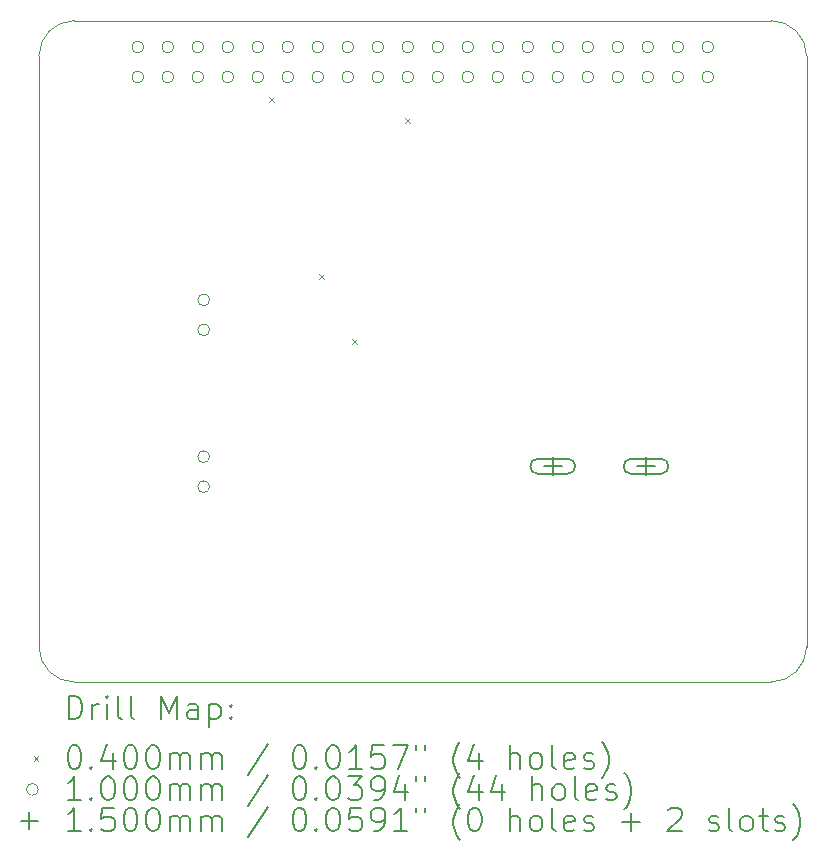
<source format=gbr>
%FSLAX45Y45*%
G04 Gerber Fmt 4.5, Leading zero omitted, Abs format (unit mm)*
G04 Created by KiCad (PCBNEW 6.0.0) date 2022-01-12 19:37:39*
%MOMM*%
%LPD*%
G01*
G04 APERTURE LIST*
%TA.AperFunction,Profile*%
%ADD10C,0.100000*%
%TD*%
%ADD11C,0.200000*%
%ADD12C,0.040000*%
%ADD13C,0.100000*%
%ADD14C,0.150000*%
G04 APERTURE END LIST*
D10*
X14354636Y-11381761D02*
X14354636Y-6381761D01*
X7854636Y-6381761D02*
X7854636Y-11381761D01*
X14054636Y-11681761D02*
G75*
G03*
X14354635Y-11382285I0J300000D01*
G01*
X14054636Y-6081761D02*
X8154636Y-6081761D01*
X8154636Y-11681761D02*
X14054636Y-11681761D01*
X14354636Y-6381761D02*
G75*
G03*
X14054636Y-6081761I-300000J0D01*
G01*
X8154636Y-6081761D02*
G75*
G03*
X7854636Y-6381761I0J-300000D01*
G01*
X7854636Y-11381761D02*
G75*
G03*
X8154636Y-11681761I300000J0D01*
G01*
D11*
D12*
X9805000Y-6730000D02*
X9845000Y-6770000D01*
X9845000Y-6730000D02*
X9805000Y-6770000D01*
X10230000Y-8230000D02*
X10270000Y-8270000D01*
X10270000Y-8230000D02*
X10230000Y-8270000D01*
X10505000Y-8780000D02*
X10545000Y-8820000D01*
X10545000Y-8780000D02*
X10505000Y-8820000D01*
X10955000Y-6905000D02*
X10995000Y-6945000D01*
X10995000Y-6905000D02*
X10955000Y-6945000D01*
D13*
X8742000Y-6305000D02*
G75*
G03*
X8742000Y-6305000I-50000J0D01*
G01*
X8742000Y-6559000D02*
G75*
G03*
X8742000Y-6559000I-50000J0D01*
G01*
X8996000Y-6305000D02*
G75*
G03*
X8996000Y-6305000I-50000J0D01*
G01*
X8996000Y-6559000D02*
G75*
G03*
X8996000Y-6559000I-50000J0D01*
G01*
X9250000Y-6305000D02*
G75*
G03*
X9250000Y-6305000I-50000J0D01*
G01*
X9250000Y-6559000D02*
G75*
G03*
X9250000Y-6559000I-50000J0D01*
G01*
X9300000Y-8446000D02*
G75*
G03*
X9300000Y-8446000I-50000J0D01*
G01*
X9300000Y-8700000D02*
G75*
G03*
X9300000Y-8700000I-50000J0D01*
G01*
X9300000Y-9773500D02*
G75*
G03*
X9300000Y-9773500I-50000J0D01*
G01*
X9300000Y-10027500D02*
G75*
G03*
X9300000Y-10027500I-50000J0D01*
G01*
X9504000Y-6305000D02*
G75*
G03*
X9504000Y-6305000I-50000J0D01*
G01*
X9504000Y-6559000D02*
G75*
G03*
X9504000Y-6559000I-50000J0D01*
G01*
X9758000Y-6305000D02*
G75*
G03*
X9758000Y-6305000I-50000J0D01*
G01*
X9758000Y-6559000D02*
G75*
G03*
X9758000Y-6559000I-50000J0D01*
G01*
X10012000Y-6305000D02*
G75*
G03*
X10012000Y-6305000I-50000J0D01*
G01*
X10012000Y-6559000D02*
G75*
G03*
X10012000Y-6559000I-50000J0D01*
G01*
X10266000Y-6305000D02*
G75*
G03*
X10266000Y-6305000I-50000J0D01*
G01*
X10266000Y-6559000D02*
G75*
G03*
X10266000Y-6559000I-50000J0D01*
G01*
X10520000Y-6305000D02*
G75*
G03*
X10520000Y-6305000I-50000J0D01*
G01*
X10520000Y-6559000D02*
G75*
G03*
X10520000Y-6559000I-50000J0D01*
G01*
X10774000Y-6305000D02*
G75*
G03*
X10774000Y-6305000I-50000J0D01*
G01*
X10774000Y-6559000D02*
G75*
G03*
X10774000Y-6559000I-50000J0D01*
G01*
X11028000Y-6305000D02*
G75*
G03*
X11028000Y-6305000I-50000J0D01*
G01*
X11028000Y-6559000D02*
G75*
G03*
X11028000Y-6559000I-50000J0D01*
G01*
X11282000Y-6305000D02*
G75*
G03*
X11282000Y-6305000I-50000J0D01*
G01*
X11282000Y-6559000D02*
G75*
G03*
X11282000Y-6559000I-50000J0D01*
G01*
X11536000Y-6305000D02*
G75*
G03*
X11536000Y-6305000I-50000J0D01*
G01*
X11536000Y-6559000D02*
G75*
G03*
X11536000Y-6559000I-50000J0D01*
G01*
X11790000Y-6305000D02*
G75*
G03*
X11790000Y-6305000I-50000J0D01*
G01*
X11790000Y-6559000D02*
G75*
G03*
X11790000Y-6559000I-50000J0D01*
G01*
X12044000Y-6305000D02*
G75*
G03*
X12044000Y-6305000I-50000J0D01*
G01*
X12044000Y-6559000D02*
G75*
G03*
X12044000Y-6559000I-50000J0D01*
G01*
X12298000Y-6305000D02*
G75*
G03*
X12298000Y-6305000I-50000J0D01*
G01*
X12298000Y-6559000D02*
G75*
G03*
X12298000Y-6559000I-50000J0D01*
G01*
X12552000Y-6305000D02*
G75*
G03*
X12552000Y-6305000I-50000J0D01*
G01*
X12552000Y-6559000D02*
G75*
G03*
X12552000Y-6559000I-50000J0D01*
G01*
X12806000Y-6305000D02*
G75*
G03*
X12806000Y-6305000I-50000J0D01*
G01*
X12806000Y-6559000D02*
G75*
G03*
X12806000Y-6559000I-50000J0D01*
G01*
X13060000Y-6305000D02*
G75*
G03*
X13060000Y-6305000I-50000J0D01*
G01*
X13060000Y-6559000D02*
G75*
G03*
X13060000Y-6559000I-50000J0D01*
G01*
X13314000Y-6305000D02*
G75*
G03*
X13314000Y-6305000I-50000J0D01*
G01*
X13314000Y-6559000D02*
G75*
G03*
X13314000Y-6559000I-50000J0D01*
G01*
X13568000Y-6305000D02*
G75*
G03*
X13568000Y-6305000I-50000J0D01*
G01*
X13568000Y-6559000D02*
G75*
G03*
X13568000Y-6559000I-50000J0D01*
G01*
D14*
X12205000Y-9779500D02*
X12205000Y-9929500D01*
X12130000Y-9854500D02*
X12280000Y-9854500D01*
D11*
X12330000Y-9789500D02*
X12080000Y-9789500D01*
X12330000Y-9919500D02*
X12080000Y-9919500D01*
X12080000Y-9789500D02*
G75*
G03*
X12080000Y-9919500I0J-65000D01*
G01*
X12330000Y-9919500D02*
G75*
G03*
X12330000Y-9789500I0J65000D01*
G01*
D14*
X12995000Y-9779500D02*
X12995000Y-9929500D01*
X12920000Y-9854500D02*
X13070000Y-9854500D01*
D11*
X13120000Y-9789500D02*
X12870000Y-9789500D01*
X13120000Y-9919500D02*
X12870000Y-9919500D01*
X12870000Y-9789500D02*
G75*
G03*
X12870000Y-9919500I0J-65000D01*
G01*
X13120000Y-9919500D02*
G75*
G03*
X13120000Y-9789500I0J65000D01*
G01*
X8107255Y-11997237D02*
X8107255Y-11797237D01*
X8154874Y-11797237D01*
X8183445Y-11806761D01*
X8202493Y-11825809D01*
X8212016Y-11844856D01*
X8221540Y-11882951D01*
X8221540Y-11911523D01*
X8212016Y-11949618D01*
X8202493Y-11968666D01*
X8183445Y-11987713D01*
X8154874Y-11997237D01*
X8107255Y-11997237D01*
X8307255Y-11997237D02*
X8307255Y-11863904D01*
X8307255Y-11901999D02*
X8316778Y-11882951D01*
X8326302Y-11873428D01*
X8345350Y-11863904D01*
X8364397Y-11863904D01*
X8431064Y-11997237D02*
X8431064Y-11863904D01*
X8431064Y-11797237D02*
X8421540Y-11806761D01*
X8431064Y-11816285D01*
X8440588Y-11806761D01*
X8431064Y-11797237D01*
X8431064Y-11816285D01*
X8554874Y-11997237D02*
X8535826Y-11987713D01*
X8526302Y-11968666D01*
X8526302Y-11797237D01*
X8659636Y-11997237D02*
X8640588Y-11987713D01*
X8631064Y-11968666D01*
X8631064Y-11797237D01*
X8888207Y-11997237D02*
X8888207Y-11797237D01*
X8954874Y-11940094D01*
X9021540Y-11797237D01*
X9021540Y-11997237D01*
X9202493Y-11997237D02*
X9202493Y-11892475D01*
X9192969Y-11873428D01*
X9173921Y-11863904D01*
X9135826Y-11863904D01*
X9116778Y-11873428D01*
X9202493Y-11987713D02*
X9183445Y-11997237D01*
X9135826Y-11997237D01*
X9116778Y-11987713D01*
X9107255Y-11968666D01*
X9107255Y-11949618D01*
X9116778Y-11930571D01*
X9135826Y-11921047D01*
X9183445Y-11921047D01*
X9202493Y-11911523D01*
X9297731Y-11863904D02*
X9297731Y-12063904D01*
X9297731Y-11873428D02*
X9316778Y-11863904D01*
X9354874Y-11863904D01*
X9373921Y-11873428D01*
X9383445Y-11882951D01*
X9392969Y-11901999D01*
X9392969Y-11959142D01*
X9383445Y-11978190D01*
X9373921Y-11987713D01*
X9354874Y-11997237D01*
X9316778Y-11997237D01*
X9297731Y-11987713D01*
X9478683Y-11978190D02*
X9488207Y-11987713D01*
X9478683Y-11997237D01*
X9469159Y-11987713D01*
X9478683Y-11978190D01*
X9478683Y-11997237D01*
X9478683Y-11873428D02*
X9488207Y-11882951D01*
X9478683Y-11892475D01*
X9469159Y-11882951D01*
X9478683Y-11873428D01*
X9478683Y-11892475D01*
D12*
X7809636Y-12306761D02*
X7849636Y-12346761D01*
X7849636Y-12306761D02*
X7809636Y-12346761D01*
D11*
X8145350Y-12217237D02*
X8164397Y-12217237D01*
X8183445Y-12226761D01*
X8192969Y-12236285D01*
X8202493Y-12255332D01*
X8212016Y-12293428D01*
X8212016Y-12341047D01*
X8202493Y-12379142D01*
X8192969Y-12398190D01*
X8183445Y-12407713D01*
X8164397Y-12417237D01*
X8145350Y-12417237D01*
X8126302Y-12407713D01*
X8116778Y-12398190D01*
X8107255Y-12379142D01*
X8097731Y-12341047D01*
X8097731Y-12293428D01*
X8107255Y-12255332D01*
X8116778Y-12236285D01*
X8126302Y-12226761D01*
X8145350Y-12217237D01*
X8297731Y-12398190D02*
X8307255Y-12407713D01*
X8297731Y-12417237D01*
X8288207Y-12407713D01*
X8297731Y-12398190D01*
X8297731Y-12417237D01*
X8478683Y-12283904D02*
X8478683Y-12417237D01*
X8431064Y-12207713D02*
X8383445Y-12350571D01*
X8507255Y-12350571D01*
X8621540Y-12217237D02*
X8640588Y-12217237D01*
X8659636Y-12226761D01*
X8669159Y-12236285D01*
X8678683Y-12255332D01*
X8688207Y-12293428D01*
X8688207Y-12341047D01*
X8678683Y-12379142D01*
X8669159Y-12398190D01*
X8659636Y-12407713D01*
X8640588Y-12417237D01*
X8621540Y-12417237D01*
X8602493Y-12407713D01*
X8592969Y-12398190D01*
X8583445Y-12379142D01*
X8573921Y-12341047D01*
X8573921Y-12293428D01*
X8583445Y-12255332D01*
X8592969Y-12236285D01*
X8602493Y-12226761D01*
X8621540Y-12217237D01*
X8812017Y-12217237D02*
X8831064Y-12217237D01*
X8850112Y-12226761D01*
X8859636Y-12236285D01*
X8869159Y-12255332D01*
X8878683Y-12293428D01*
X8878683Y-12341047D01*
X8869159Y-12379142D01*
X8859636Y-12398190D01*
X8850112Y-12407713D01*
X8831064Y-12417237D01*
X8812017Y-12417237D01*
X8792969Y-12407713D01*
X8783445Y-12398190D01*
X8773921Y-12379142D01*
X8764398Y-12341047D01*
X8764398Y-12293428D01*
X8773921Y-12255332D01*
X8783445Y-12236285D01*
X8792969Y-12226761D01*
X8812017Y-12217237D01*
X8964398Y-12417237D02*
X8964398Y-12283904D01*
X8964398Y-12302951D02*
X8973921Y-12293428D01*
X8992969Y-12283904D01*
X9021540Y-12283904D01*
X9040588Y-12293428D01*
X9050112Y-12312475D01*
X9050112Y-12417237D01*
X9050112Y-12312475D02*
X9059636Y-12293428D01*
X9078683Y-12283904D01*
X9107255Y-12283904D01*
X9126302Y-12293428D01*
X9135826Y-12312475D01*
X9135826Y-12417237D01*
X9231064Y-12417237D02*
X9231064Y-12283904D01*
X9231064Y-12302951D02*
X9240588Y-12293428D01*
X9259636Y-12283904D01*
X9288207Y-12283904D01*
X9307255Y-12293428D01*
X9316778Y-12312475D01*
X9316778Y-12417237D01*
X9316778Y-12312475D02*
X9326302Y-12293428D01*
X9345350Y-12283904D01*
X9373921Y-12283904D01*
X9392969Y-12293428D01*
X9402493Y-12312475D01*
X9402493Y-12417237D01*
X9792969Y-12207713D02*
X9621540Y-12464856D01*
X10050112Y-12217237D02*
X10069159Y-12217237D01*
X10088207Y-12226761D01*
X10097731Y-12236285D01*
X10107255Y-12255332D01*
X10116778Y-12293428D01*
X10116778Y-12341047D01*
X10107255Y-12379142D01*
X10097731Y-12398190D01*
X10088207Y-12407713D01*
X10069159Y-12417237D01*
X10050112Y-12417237D01*
X10031064Y-12407713D01*
X10021540Y-12398190D01*
X10012017Y-12379142D01*
X10002493Y-12341047D01*
X10002493Y-12293428D01*
X10012017Y-12255332D01*
X10021540Y-12236285D01*
X10031064Y-12226761D01*
X10050112Y-12217237D01*
X10202493Y-12398190D02*
X10212017Y-12407713D01*
X10202493Y-12417237D01*
X10192969Y-12407713D01*
X10202493Y-12398190D01*
X10202493Y-12417237D01*
X10335826Y-12217237D02*
X10354874Y-12217237D01*
X10373921Y-12226761D01*
X10383445Y-12236285D01*
X10392969Y-12255332D01*
X10402493Y-12293428D01*
X10402493Y-12341047D01*
X10392969Y-12379142D01*
X10383445Y-12398190D01*
X10373921Y-12407713D01*
X10354874Y-12417237D01*
X10335826Y-12417237D01*
X10316778Y-12407713D01*
X10307255Y-12398190D01*
X10297731Y-12379142D01*
X10288207Y-12341047D01*
X10288207Y-12293428D01*
X10297731Y-12255332D01*
X10307255Y-12236285D01*
X10316778Y-12226761D01*
X10335826Y-12217237D01*
X10592969Y-12417237D02*
X10478683Y-12417237D01*
X10535826Y-12417237D02*
X10535826Y-12217237D01*
X10516778Y-12245809D01*
X10497731Y-12264856D01*
X10478683Y-12274380D01*
X10773921Y-12217237D02*
X10678683Y-12217237D01*
X10669159Y-12312475D01*
X10678683Y-12302951D01*
X10697731Y-12293428D01*
X10745350Y-12293428D01*
X10764398Y-12302951D01*
X10773921Y-12312475D01*
X10783445Y-12331523D01*
X10783445Y-12379142D01*
X10773921Y-12398190D01*
X10764398Y-12407713D01*
X10745350Y-12417237D01*
X10697731Y-12417237D01*
X10678683Y-12407713D01*
X10669159Y-12398190D01*
X10850112Y-12217237D02*
X10983445Y-12217237D01*
X10897731Y-12417237D01*
X11050112Y-12217237D02*
X11050112Y-12255332D01*
X11126302Y-12217237D02*
X11126302Y-12255332D01*
X11421540Y-12493428D02*
X11412016Y-12483904D01*
X11392969Y-12455332D01*
X11383445Y-12436285D01*
X11373921Y-12407713D01*
X11364397Y-12360094D01*
X11364397Y-12321999D01*
X11373921Y-12274380D01*
X11383445Y-12245809D01*
X11392969Y-12226761D01*
X11412016Y-12198190D01*
X11421540Y-12188666D01*
X11583445Y-12283904D02*
X11583445Y-12417237D01*
X11535826Y-12207713D02*
X11488207Y-12350571D01*
X11612016Y-12350571D01*
X11840588Y-12417237D02*
X11840588Y-12217237D01*
X11926302Y-12417237D02*
X11926302Y-12312475D01*
X11916778Y-12293428D01*
X11897731Y-12283904D01*
X11869159Y-12283904D01*
X11850112Y-12293428D01*
X11840588Y-12302951D01*
X12050112Y-12417237D02*
X12031064Y-12407713D01*
X12021540Y-12398190D01*
X12012016Y-12379142D01*
X12012016Y-12321999D01*
X12021540Y-12302951D01*
X12031064Y-12293428D01*
X12050112Y-12283904D01*
X12078683Y-12283904D01*
X12097731Y-12293428D01*
X12107255Y-12302951D01*
X12116778Y-12321999D01*
X12116778Y-12379142D01*
X12107255Y-12398190D01*
X12097731Y-12407713D01*
X12078683Y-12417237D01*
X12050112Y-12417237D01*
X12231064Y-12417237D02*
X12212016Y-12407713D01*
X12202493Y-12388666D01*
X12202493Y-12217237D01*
X12383445Y-12407713D02*
X12364397Y-12417237D01*
X12326302Y-12417237D01*
X12307255Y-12407713D01*
X12297731Y-12388666D01*
X12297731Y-12312475D01*
X12307255Y-12293428D01*
X12326302Y-12283904D01*
X12364397Y-12283904D01*
X12383445Y-12293428D01*
X12392969Y-12312475D01*
X12392969Y-12331523D01*
X12297731Y-12350571D01*
X12469159Y-12407713D02*
X12488207Y-12417237D01*
X12526302Y-12417237D01*
X12545350Y-12407713D01*
X12554874Y-12388666D01*
X12554874Y-12379142D01*
X12545350Y-12360094D01*
X12526302Y-12350571D01*
X12497731Y-12350571D01*
X12478683Y-12341047D01*
X12469159Y-12321999D01*
X12469159Y-12312475D01*
X12478683Y-12293428D01*
X12497731Y-12283904D01*
X12526302Y-12283904D01*
X12545350Y-12293428D01*
X12621540Y-12493428D02*
X12631064Y-12483904D01*
X12650112Y-12455332D01*
X12659635Y-12436285D01*
X12669159Y-12407713D01*
X12678683Y-12360094D01*
X12678683Y-12321999D01*
X12669159Y-12274380D01*
X12659635Y-12245809D01*
X12650112Y-12226761D01*
X12631064Y-12198190D01*
X12621540Y-12188666D01*
D13*
X7849636Y-12590761D02*
G75*
G03*
X7849636Y-12590761I-50000J0D01*
G01*
D11*
X8212016Y-12681237D02*
X8097731Y-12681237D01*
X8154874Y-12681237D02*
X8154874Y-12481237D01*
X8135826Y-12509809D01*
X8116778Y-12528856D01*
X8097731Y-12538380D01*
X8297731Y-12662190D02*
X8307255Y-12671713D01*
X8297731Y-12681237D01*
X8288207Y-12671713D01*
X8297731Y-12662190D01*
X8297731Y-12681237D01*
X8431064Y-12481237D02*
X8450112Y-12481237D01*
X8469159Y-12490761D01*
X8478683Y-12500285D01*
X8488207Y-12519332D01*
X8497731Y-12557428D01*
X8497731Y-12605047D01*
X8488207Y-12643142D01*
X8478683Y-12662190D01*
X8469159Y-12671713D01*
X8450112Y-12681237D01*
X8431064Y-12681237D01*
X8412017Y-12671713D01*
X8402493Y-12662190D01*
X8392969Y-12643142D01*
X8383445Y-12605047D01*
X8383445Y-12557428D01*
X8392969Y-12519332D01*
X8402493Y-12500285D01*
X8412017Y-12490761D01*
X8431064Y-12481237D01*
X8621540Y-12481237D02*
X8640588Y-12481237D01*
X8659636Y-12490761D01*
X8669159Y-12500285D01*
X8678683Y-12519332D01*
X8688207Y-12557428D01*
X8688207Y-12605047D01*
X8678683Y-12643142D01*
X8669159Y-12662190D01*
X8659636Y-12671713D01*
X8640588Y-12681237D01*
X8621540Y-12681237D01*
X8602493Y-12671713D01*
X8592969Y-12662190D01*
X8583445Y-12643142D01*
X8573921Y-12605047D01*
X8573921Y-12557428D01*
X8583445Y-12519332D01*
X8592969Y-12500285D01*
X8602493Y-12490761D01*
X8621540Y-12481237D01*
X8812017Y-12481237D02*
X8831064Y-12481237D01*
X8850112Y-12490761D01*
X8859636Y-12500285D01*
X8869159Y-12519332D01*
X8878683Y-12557428D01*
X8878683Y-12605047D01*
X8869159Y-12643142D01*
X8859636Y-12662190D01*
X8850112Y-12671713D01*
X8831064Y-12681237D01*
X8812017Y-12681237D01*
X8792969Y-12671713D01*
X8783445Y-12662190D01*
X8773921Y-12643142D01*
X8764398Y-12605047D01*
X8764398Y-12557428D01*
X8773921Y-12519332D01*
X8783445Y-12500285D01*
X8792969Y-12490761D01*
X8812017Y-12481237D01*
X8964398Y-12681237D02*
X8964398Y-12547904D01*
X8964398Y-12566951D02*
X8973921Y-12557428D01*
X8992969Y-12547904D01*
X9021540Y-12547904D01*
X9040588Y-12557428D01*
X9050112Y-12576475D01*
X9050112Y-12681237D01*
X9050112Y-12576475D02*
X9059636Y-12557428D01*
X9078683Y-12547904D01*
X9107255Y-12547904D01*
X9126302Y-12557428D01*
X9135826Y-12576475D01*
X9135826Y-12681237D01*
X9231064Y-12681237D02*
X9231064Y-12547904D01*
X9231064Y-12566951D02*
X9240588Y-12557428D01*
X9259636Y-12547904D01*
X9288207Y-12547904D01*
X9307255Y-12557428D01*
X9316778Y-12576475D01*
X9316778Y-12681237D01*
X9316778Y-12576475D02*
X9326302Y-12557428D01*
X9345350Y-12547904D01*
X9373921Y-12547904D01*
X9392969Y-12557428D01*
X9402493Y-12576475D01*
X9402493Y-12681237D01*
X9792969Y-12471713D02*
X9621540Y-12728856D01*
X10050112Y-12481237D02*
X10069159Y-12481237D01*
X10088207Y-12490761D01*
X10097731Y-12500285D01*
X10107255Y-12519332D01*
X10116778Y-12557428D01*
X10116778Y-12605047D01*
X10107255Y-12643142D01*
X10097731Y-12662190D01*
X10088207Y-12671713D01*
X10069159Y-12681237D01*
X10050112Y-12681237D01*
X10031064Y-12671713D01*
X10021540Y-12662190D01*
X10012017Y-12643142D01*
X10002493Y-12605047D01*
X10002493Y-12557428D01*
X10012017Y-12519332D01*
X10021540Y-12500285D01*
X10031064Y-12490761D01*
X10050112Y-12481237D01*
X10202493Y-12662190D02*
X10212017Y-12671713D01*
X10202493Y-12681237D01*
X10192969Y-12671713D01*
X10202493Y-12662190D01*
X10202493Y-12681237D01*
X10335826Y-12481237D02*
X10354874Y-12481237D01*
X10373921Y-12490761D01*
X10383445Y-12500285D01*
X10392969Y-12519332D01*
X10402493Y-12557428D01*
X10402493Y-12605047D01*
X10392969Y-12643142D01*
X10383445Y-12662190D01*
X10373921Y-12671713D01*
X10354874Y-12681237D01*
X10335826Y-12681237D01*
X10316778Y-12671713D01*
X10307255Y-12662190D01*
X10297731Y-12643142D01*
X10288207Y-12605047D01*
X10288207Y-12557428D01*
X10297731Y-12519332D01*
X10307255Y-12500285D01*
X10316778Y-12490761D01*
X10335826Y-12481237D01*
X10469159Y-12481237D02*
X10592969Y-12481237D01*
X10526302Y-12557428D01*
X10554874Y-12557428D01*
X10573921Y-12566951D01*
X10583445Y-12576475D01*
X10592969Y-12595523D01*
X10592969Y-12643142D01*
X10583445Y-12662190D01*
X10573921Y-12671713D01*
X10554874Y-12681237D01*
X10497731Y-12681237D01*
X10478683Y-12671713D01*
X10469159Y-12662190D01*
X10688207Y-12681237D02*
X10726302Y-12681237D01*
X10745350Y-12671713D01*
X10754874Y-12662190D01*
X10773921Y-12633618D01*
X10783445Y-12595523D01*
X10783445Y-12519332D01*
X10773921Y-12500285D01*
X10764398Y-12490761D01*
X10745350Y-12481237D01*
X10707255Y-12481237D01*
X10688207Y-12490761D01*
X10678683Y-12500285D01*
X10669159Y-12519332D01*
X10669159Y-12566951D01*
X10678683Y-12585999D01*
X10688207Y-12595523D01*
X10707255Y-12605047D01*
X10745350Y-12605047D01*
X10764398Y-12595523D01*
X10773921Y-12585999D01*
X10783445Y-12566951D01*
X10954874Y-12547904D02*
X10954874Y-12681237D01*
X10907255Y-12471713D02*
X10859636Y-12614571D01*
X10983445Y-12614571D01*
X11050112Y-12481237D02*
X11050112Y-12519332D01*
X11126302Y-12481237D02*
X11126302Y-12519332D01*
X11421540Y-12757428D02*
X11412016Y-12747904D01*
X11392969Y-12719332D01*
X11383445Y-12700285D01*
X11373921Y-12671713D01*
X11364397Y-12624094D01*
X11364397Y-12585999D01*
X11373921Y-12538380D01*
X11383445Y-12509809D01*
X11392969Y-12490761D01*
X11412016Y-12462190D01*
X11421540Y-12452666D01*
X11583445Y-12547904D02*
X11583445Y-12681237D01*
X11535826Y-12471713D02*
X11488207Y-12614571D01*
X11612016Y-12614571D01*
X11773921Y-12547904D02*
X11773921Y-12681237D01*
X11726302Y-12471713D02*
X11678683Y-12614571D01*
X11802493Y-12614571D01*
X12031064Y-12681237D02*
X12031064Y-12481237D01*
X12116778Y-12681237D02*
X12116778Y-12576475D01*
X12107255Y-12557428D01*
X12088207Y-12547904D01*
X12059635Y-12547904D01*
X12040588Y-12557428D01*
X12031064Y-12566951D01*
X12240588Y-12681237D02*
X12221540Y-12671713D01*
X12212016Y-12662190D01*
X12202493Y-12643142D01*
X12202493Y-12585999D01*
X12212016Y-12566951D01*
X12221540Y-12557428D01*
X12240588Y-12547904D01*
X12269159Y-12547904D01*
X12288207Y-12557428D01*
X12297731Y-12566951D01*
X12307255Y-12585999D01*
X12307255Y-12643142D01*
X12297731Y-12662190D01*
X12288207Y-12671713D01*
X12269159Y-12681237D01*
X12240588Y-12681237D01*
X12421540Y-12681237D02*
X12402493Y-12671713D01*
X12392969Y-12652666D01*
X12392969Y-12481237D01*
X12573921Y-12671713D02*
X12554874Y-12681237D01*
X12516778Y-12681237D01*
X12497731Y-12671713D01*
X12488207Y-12652666D01*
X12488207Y-12576475D01*
X12497731Y-12557428D01*
X12516778Y-12547904D01*
X12554874Y-12547904D01*
X12573921Y-12557428D01*
X12583445Y-12576475D01*
X12583445Y-12595523D01*
X12488207Y-12614571D01*
X12659635Y-12671713D02*
X12678683Y-12681237D01*
X12716778Y-12681237D01*
X12735826Y-12671713D01*
X12745350Y-12652666D01*
X12745350Y-12643142D01*
X12735826Y-12624094D01*
X12716778Y-12614571D01*
X12688207Y-12614571D01*
X12669159Y-12605047D01*
X12659635Y-12585999D01*
X12659635Y-12576475D01*
X12669159Y-12557428D01*
X12688207Y-12547904D01*
X12716778Y-12547904D01*
X12735826Y-12557428D01*
X12812016Y-12757428D02*
X12821540Y-12747904D01*
X12840588Y-12719332D01*
X12850112Y-12700285D01*
X12859635Y-12671713D01*
X12869159Y-12624094D01*
X12869159Y-12585999D01*
X12859635Y-12538380D01*
X12850112Y-12509809D01*
X12840588Y-12490761D01*
X12821540Y-12462190D01*
X12812016Y-12452666D01*
D14*
X7774636Y-12779761D02*
X7774636Y-12929761D01*
X7699636Y-12854761D02*
X7849636Y-12854761D01*
D11*
X8212016Y-12945237D02*
X8097731Y-12945237D01*
X8154874Y-12945237D02*
X8154874Y-12745237D01*
X8135826Y-12773809D01*
X8116778Y-12792856D01*
X8097731Y-12802380D01*
X8297731Y-12926190D02*
X8307255Y-12935713D01*
X8297731Y-12945237D01*
X8288207Y-12935713D01*
X8297731Y-12926190D01*
X8297731Y-12945237D01*
X8488207Y-12745237D02*
X8392969Y-12745237D01*
X8383445Y-12840475D01*
X8392969Y-12830951D01*
X8412017Y-12821428D01*
X8459636Y-12821428D01*
X8478683Y-12830951D01*
X8488207Y-12840475D01*
X8497731Y-12859523D01*
X8497731Y-12907142D01*
X8488207Y-12926190D01*
X8478683Y-12935713D01*
X8459636Y-12945237D01*
X8412017Y-12945237D01*
X8392969Y-12935713D01*
X8383445Y-12926190D01*
X8621540Y-12745237D02*
X8640588Y-12745237D01*
X8659636Y-12754761D01*
X8669159Y-12764285D01*
X8678683Y-12783332D01*
X8688207Y-12821428D01*
X8688207Y-12869047D01*
X8678683Y-12907142D01*
X8669159Y-12926190D01*
X8659636Y-12935713D01*
X8640588Y-12945237D01*
X8621540Y-12945237D01*
X8602493Y-12935713D01*
X8592969Y-12926190D01*
X8583445Y-12907142D01*
X8573921Y-12869047D01*
X8573921Y-12821428D01*
X8583445Y-12783332D01*
X8592969Y-12764285D01*
X8602493Y-12754761D01*
X8621540Y-12745237D01*
X8812017Y-12745237D02*
X8831064Y-12745237D01*
X8850112Y-12754761D01*
X8859636Y-12764285D01*
X8869159Y-12783332D01*
X8878683Y-12821428D01*
X8878683Y-12869047D01*
X8869159Y-12907142D01*
X8859636Y-12926190D01*
X8850112Y-12935713D01*
X8831064Y-12945237D01*
X8812017Y-12945237D01*
X8792969Y-12935713D01*
X8783445Y-12926190D01*
X8773921Y-12907142D01*
X8764398Y-12869047D01*
X8764398Y-12821428D01*
X8773921Y-12783332D01*
X8783445Y-12764285D01*
X8792969Y-12754761D01*
X8812017Y-12745237D01*
X8964398Y-12945237D02*
X8964398Y-12811904D01*
X8964398Y-12830951D02*
X8973921Y-12821428D01*
X8992969Y-12811904D01*
X9021540Y-12811904D01*
X9040588Y-12821428D01*
X9050112Y-12840475D01*
X9050112Y-12945237D01*
X9050112Y-12840475D02*
X9059636Y-12821428D01*
X9078683Y-12811904D01*
X9107255Y-12811904D01*
X9126302Y-12821428D01*
X9135826Y-12840475D01*
X9135826Y-12945237D01*
X9231064Y-12945237D02*
X9231064Y-12811904D01*
X9231064Y-12830951D02*
X9240588Y-12821428D01*
X9259636Y-12811904D01*
X9288207Y-12811904D01*
X9307255Y-12821428D01*
X9316778Y-12840475D01*
X9316778Y-12945237D01*
X9316778Y-12840475D02*
X9326302Y-12821428D01*
X9345350Y-12811904D01*
X9373921Y-12811904D01*
X9392969Y-12821428D01*
X9402493Y-12840475D01*
X9402493Y-12945237D01*
X9792969Y-12735713D02*
X9621540Y-12992856D01*
X10050112Y-12745237D02*
X10069159Y-12745237D01*
X10088207Y-12754761D01*
X10097731Y-12764285D01*
X10107255Y-12783332D01*
X10116778Y-12821428D01*
X10116778Y-12869047D01*
X10107255Y-12907142D01*
X10097731Y-12926190D01*
X10088207Y-12935713D01*
X10069159Y-12945237D01*
X10050112Y-12945237D01*
X10031064Y-12935713D01*
X10021540Y-12926190D01*
X10012017Y-12907142D01*
X10002493Y-12869047D01*
X10002493Y-12821428D01*
X10012017Y-12783332D01*
X10021540Y-12764285D01*
X10031064Y-12754761D01*
X10050112Y-12745237D01*
X10202493Y-12926190D02*
X10212017Y-12935713D01*
X10202493Y-12945237D01*
X10192969Y-12935713D01*
X10202493Y-12926190D01*
X10202493Y-12945237D01*
X10335826Y-12745237D02*
X10354874Y-12745237D01*
X10373921Y-12754761D01*
X10383445Y-12764285D01*
X10392969Y-12783332D01*
X10402493Y-12821428D01*
X10402493Y-12869047D01*
X10392969Y-12907142D01*
X10383445Y-12926190D01*
X10373921Y-12935713D01*
X10354874Y-12945237D01*
X10335826Y-12945237D01*
X10316778Y-12935713D01*
X10307255Y-12926190D01*
X10297731Y-12907142D01*
X10288207Y-12869047D01*
X10288207Y-12821428D01*
X10297731Y-12783332D01*
X10307255Y-12764285D01*
X10316778Y-12754761D01*
X10335826Y-12745237D01*
X10583445Y-12745237D02*
X10488207Y-12745237D01*
X10478683Y-12840475D01*
X10488207Y-12830951D01*
X10507255Y-12821428D01*
X10554874Y-12821428D01*
X10573921Y-12830951D01*
X10583445Y-12840475D01*
X10592969Y-12859523D01*
X10592969Y-12907142D01*
X10583445Y-12926190D01*
X10573921Y-12935713D01*
X10554874Y-12945237D01*
X10507255Y-12945237D01*
X10488207Y-12935713D01*
X10478683Y-12926190D01*
X10688207Y-12945237D02*
X10726302Y-12945237D01*
X10745350Y-12935713D01*
X10754874Y-12926190D01*
X10773921Y-12897618D01*
X10783445Y-12859523D01*
X10783445Y-12783332D01*
X10773921Y-12764285D01*
X10764398Y-12754761D01*
X10745350Y-12745237D01*
X10707255Y-12745237D01*
X10688207Y-12754761D01*
X10678683Y-12764285D01*
X10669159Y-12783332D01*
X10669159Y-12830951D01*
X10678683Y-12849999D01*
X10688207Y-12859523D01*
X10707255Y-12869047D01*
X10745350Y-12869047D01*
X10764398Y-12859523D01*
X10773921Y-12849999D01*
X10783445Y-12830951D01*
X10973921Y-12945237D02*
X10859636Y-12945237D01*
X10916778Y-12945237D02*
X10916778Y-12745237D01*
X10897731Y-12773809D01*
X10878683Y-12792856D01*
X10859636Y-12802380D01*
X11050112Y-12745237D02*
X11050112Y-12783332D01*
X11126302Y-12745237D02*
X11126302Y-12783332D01*
X11421540Y-13021428D02*
X11412016Y-13011904D01*
X11392969Y-12983332D01*
X11383445Y-12964285D01*
X11373921Y-12935713D01*
X11364397Y-12888094D01*
X11364397Y-12849999D01*
X11373921Y-12802380D01*
X11383445Y-12773809D01*
X11392969Y-12754761D01*
X11412016Y-12726190D01*
X11421540Y-12716666D01*
X11535826Y-12745237D02*
X11554874Y-12745237D01*
X11573921Y-12754761D01*
X11583445Y-12764285D01*
X11592969Y-12783332D01*
X11602493Y-12821428D01*
X11602493Y-12869047D01*
X11592969Y-12907142D01*
X11583445Y-12926190D01*
X11573921Y-12935713D01*
X11554874Y-12945237D01*
X11535826Y-12945237D01*
X11516778Y-12935713D01*
X11507255Y-12926190D01*
X11497731Y-12907142D01*
X11488207Y-12869047D01*
X11488207Y-12821428D01*
X11497731Y-12783332D01*
X11507255Y-12764285D01*
X11516778Y-12754761D01*
X11535826Y-12745237D01*
X11840588Y-12945237D02*
X11840588Y-12745237D01*
X11926302Y-12945237D02*
X11926302Y-12840475D01*
X11916778Y-12821428D01*
X11897731Y-12811904D01*
X11869159Y-12811904D01*
X11850112Y-12821428D01*
X11840588Y-12830951D01*
X12050112Y-12945237D02*
X12031064Y-12935713D01*
X12021540Y-12926190D01*
X12012016Y-12907142D01*
X12012016Y-12849999D01*
X12021540Y-12830951D01*
X12031064Y-12821428D01*
X12050112Y-12811904D01*
X12078683Y-12811904D01*
X12097731Y-12821428D01*
X12107255Y-12830951D01*
X12116778Y-12849999D01*
X12116778Y-12907142D01*
X12107255Y-12926190D01*
X12097731Y-12935713D01*
X12078683Y-12945237D01*
X12050112Y-12945237D01*
X12231064Y-12945237D02*
X12212016Y-12935713D01*
X12202493Y-12916666D01*
X12202493Y-12745237D01*
X12383445Y-12935713D02*
X12364397Y-12945237D01*
X12326302Y-12945237D01*
X12307255Y-12935713D01*
X12297731Y-12916666D01*
X12297731Y-12840475D01*
X12307255Y-12821428D01*
X12326302Y-12811904D01*
X12364397Y-12811904D01*
X12383445Y-12821428D01*
X12392969Y-12840475D01*
X12392969Y-12859523D01*
X12297731Y-12878571D01*
X12469159Y-12935713D02*
X12488207Y-12945237D01*
X12526302Y-12945237D01*
X12545350Y-12935713D01*
X12554874Y-12916666D01*
X12554874Y-12907142D01*
X12545350Y-12888094D01*
X12526302Y-12878571D01*
X12497731Y-12878571D01*
X12478683Y-12869047D01*
X12469159Y-12849999D01*
X12469159Y-12840475D01*
X12478683Y-12821428D01*
X12497731Y-12811904D01*
X12526302Y-12811904D01*
X12545350Y-12821428D01*
X12792969Y-12869047D02*
X12945350Y-12869047D01*
X12869159Y-12945237D02*
X12869159Y-12792856D01*
X13183445Y-12764285D02*
X13192969Y-12754761D01*
X13212016Y-12745237D01*
X13259635Y-12745237D01*
X13278683Y-12754761D01*
X13288207Y-12764285D01*
X13297731Y-12783332D01*
X13297731Y-12802380D01*
X13288207Y-12830951D01*
X13173921Y-12945237D01*
X13297731Y-12945237D01*
X13526302Y-12935713D02*
X13545350Y-12945237D01*
X13583445Y-12945237D01*
X13602493Y-12935713D01*
X13612016Y-12916666D01*
X13612016Y-12907142D01*
X13602493Y-12888094D01*
X13583445Y-12878571D01*
X13554874Y-12878571D01*
X13535826Y-12869047D01*
X13526302Y-12849999D01*
X13526302Y-12840475D01*
X13535826Y-12821428D01*
X13554874Y-12811904D01*
X13583445Y-12811904D01*
X13602493Y-12821428D01*
X13726302Y-12945237D02*
X13707255Y-12935713D01*
X13697731Y-12916666D01*
X13697731Y-12745237D01*
X13831064Y-12945237D02*
X13812016Y-12935713D01*
X13802493Y-12926190D01*
X13792969Y-12907142D01*
X13792969Y-12849999D01*
X13802493Y-12830951D01*
X13812016Y-12821428D01*
X13831064Y-12811904D01*
X13859635Y-12811904D01*
X13878683Y-12821428D01*
X13888207Y-12830951D01*
X13897731Y-12849999D01*
X13897731Y-12907142D01*
X13888207Y-12926190D01*
X13878683Y-12935713D01*
X13859635Y-12945237D01*
X13831064Y-12945237D01*
X13954874Y-12811904D02*
X14031064Y-12811904D01*
X13983445Y-12745237D02*
X13983445Y-12916666D01*
X13992969Y-12935713D01*
X14012016Y-12945237D01*
X14031064Y-12945237D01*
X14088207Y-12935713D02*
X14107255Y-12945237D01*
X14145350Y-12945237D01*
X14164397Y-12935713D01*
X14173921Y-12916666D01*
X14173921Y-12907142D01*
X14164397Y-12888094D01*
X14145350Y-12878571D01*
X14116778Y-12878571D01*
X14097731Y-12869047D01*
X14088207Y-12849999D01*
X14088207Y-12840475D01*
X14097731Y-12821428D01*
X14116778Y-12811904D01*
X14145350Y-12811904D01*
X14164397Y-12821428D01*
X14240588Y-13021428D02*
X14250112Y-13011904D01*
X14269159Y-12983332D01*
X14278683Y-12964285D01*
X14288207Y-12935713D01*
X14297731Y-12888094D01*
X14297731Y-12849999D01*
X14288207Y-12802380D01*
X14278683Y-12773809D01*
X14269159Y-12754761D01*
X14250112Y-12726190D01*
X14240588Y-12716666D01*
M02*

</source>
